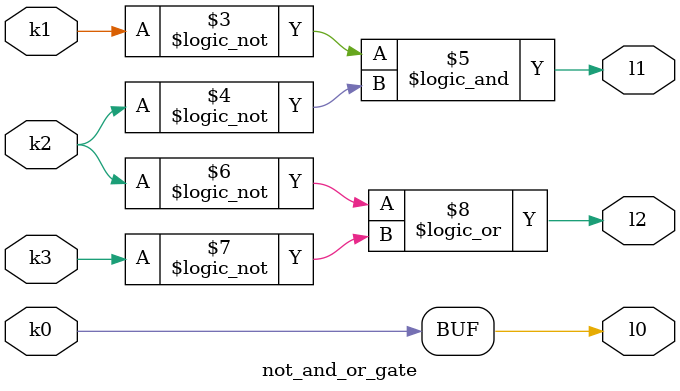
<source format=v>
/**
 * K0: 非门 -> LED0
 * K1&K2: 与门 -> LED1
 * K2&K3: 或门 -> LED2
**/

module not_and_or_gate (
	input k0,
	input k1,
	input k2,
	input k3,
	
	output l0,
	output l1,
	output l2
);

// 由于按键是上拉的，对按键取值取个反
// 组合逻辑电路不需要时序，且组合较为简单，不需要产生寄存器，故用assign就行，不需要always @(*)
assign l0 = !(!k0); // 两次取反，相当于直通
assign l1 = ((!k1) && (!k2));
assign l2 = ((!k2) || (!k3));

endmodule

</source>
